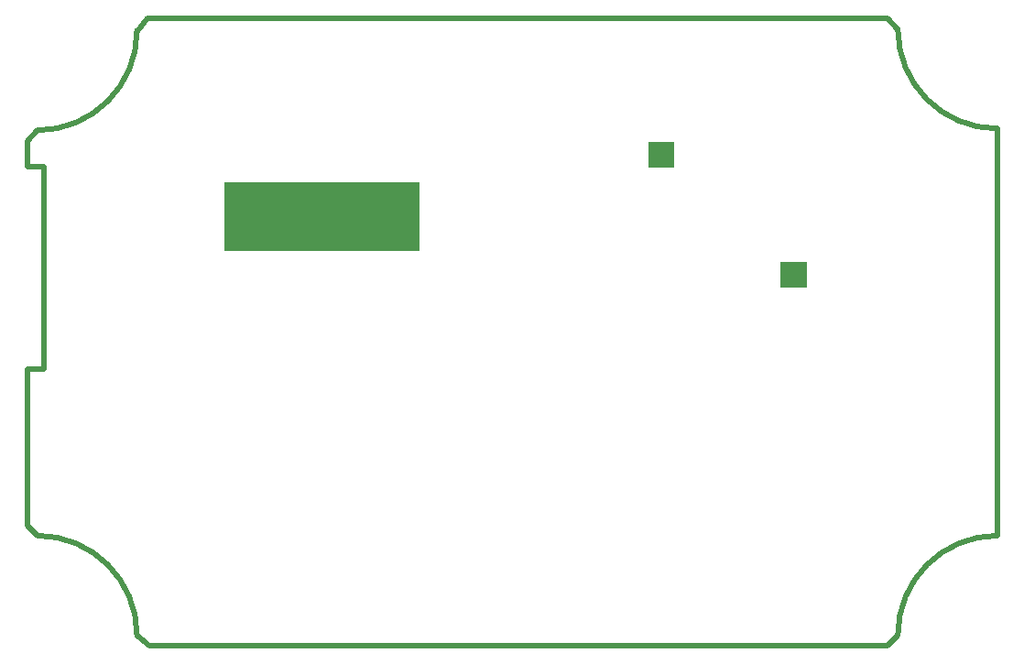
<source format=gko>
G04*
G04 #@! TF.GenerationSoftware,Altium Limited,Altium Designer,22.5.1 (42)*
G04*
G04 Layer_Color=16711935*
%FSLAX44Y44*%
%MOMM*%
G71*
G04*
G04 #@! TF.SameCoordinates,196CC927-6612-49A9-9877-457204B07366*
G04*
G04*
G04 #@! TF.FilePolarity,Positive*
G04*
G01*
G75*
%ADD83C,0.5000*%
G36*
X-81301Y62709D02*
X-261301D01*
Y125709D01*
X-81301D01*
Y62709D01*
D02*
G37*
G36*
X154462Y139369D02*
X130462D01*
Y163369D01*
X154462D01*
Y139369D01*
D02*
G37*
G36*
X276462Y28369D02*
X252462D01*
Y52369D01*
X276462D01*
Y28369D01*
D02*
G37*
D83*
X-434505Y174052D02*
G03*
X-342430Y266127I0J92075D01*
G01*
X360832Y267715D02*
G03*
X452907Y175640I92075J0D01*
G01*
Y-200598D02*
G03*
X360832Y-292673I0J-92075D01*
G01*
X-342430D02*
G03*
X-434505Y-200598I-92075J0D01*
G01*
X-444030Y-191073D02*
Y-46610D01*
X-428155D01*
Y140715D01*
X-444030D02*
X-428155D01*
X-444030D02*
Y164527D01*
X-434505Y174052D01*
X-342430Y266127D02*
X-332905Y277240D01*
X351307D01*
X360832Y267715D01*
X452907Y-200598D02*
Y175640D01*
X351307Y-302198D02*
X360832Y-292673D01*
X-331318Y-302198D02*
X351307D01*
X-342430Y-292673D02*
X-331318Y-302198D01*
X-444030Y-191073D02*
X-434505Y-200598D01*
M02*

</source>
